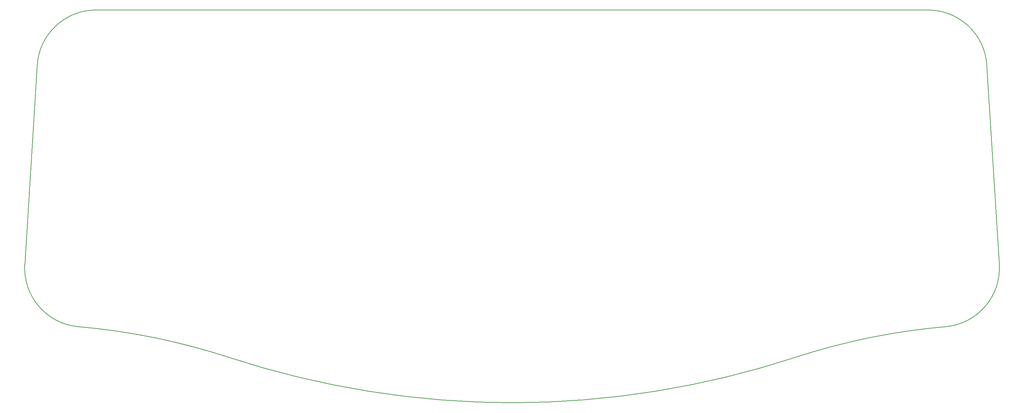
<source format=gm1>
G04 #@! TF.GenerationSoftware,KiCad,Pcbnew,(5.1.4-0)*
G04 #@! TF.CreationDate,2020-10-31T16:51:10+08:00*
G04 #@! TF.ProjectId,ahokore,61686f6b-6f72-4652-9e6b-696361645f70,rev?*
G04 #@! TF.SameCoordinates,Original*
G04 #@! TF.FileFunction,Profile,NP*
%FSLAX46Y46*%
G04 Gerber Fmt 4.6, Leading zero omitted, Abs format (unit mm)*
G04 Created by KiCad (PCBNEW (5.1.4-0)) date 2020-10-31 16:51:10*
%MOMM*%
%LPD*%
G04 APERTURE LIST*
%ADD10C,0.200000*%
G04 APERTURE END LIST*
D10*
X72078652Y6552060D02*
G75*
G02X300000Y-5000000I-72378292J220947939D01*
G01*
X72078412Y6552794D02*
G75*
G02X110367267Y14369073I52921588J-161552794D01*
G01*
X124046932Y30249078D02*
G75*
G02X110367267Y14369073I-14970789J-935675D01*
G01*
X120879020Y80935674D02*
X124046932Y30249078D01*
X105908231Y95000000D02*
G75*
G02X120879020Y80935674I0J-15000000D01*
G01*
X-105908231Y95000000D02*
X105908231Y95000000D01*
X-120879020Y80935674D02*
G75*
G02X-105908231Y95000000I14970789J-935674D01*
G01*
X-124046932Y30249078D02*
X-120879020Y80935674D01*
X-110367267Y14369073D02*
G75*
G02X-124046932Y30249078I1291124J14944330D01*
G01*
X-110367267Y14369074D02*
G75*
G02X-72078412Y6552795I-14632733J-169369074D01*
G01*
X300000Y-5000000D02*
G75*
G02X-72078412Y6552795I-360J232500000D01*
G01*
M02*

</source>
